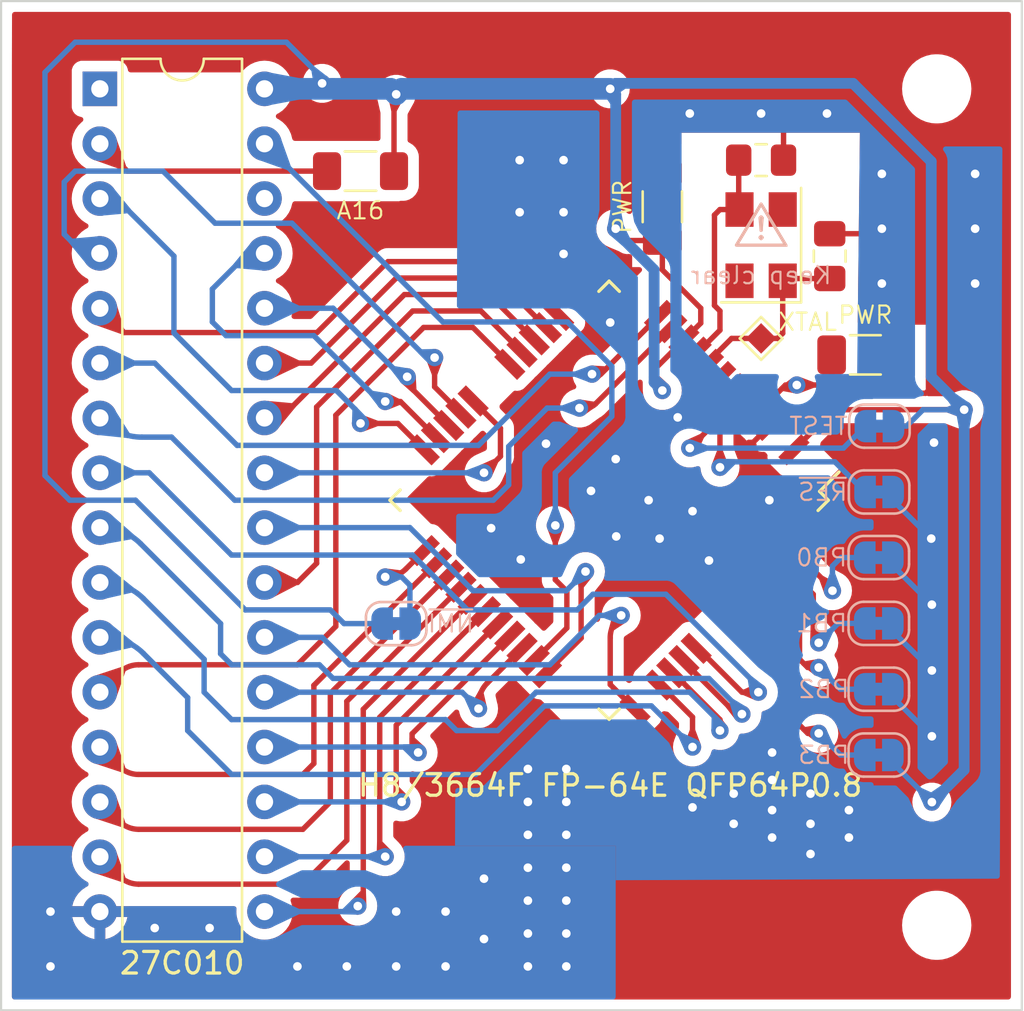
<source format=kicad_pcb>
(kicad_pcb (version 20221018) (generator pcbnew)
  (layers (0 "F.Cu" signal) (31 "B.Cu" signal) (34 "B.Paste" user) (35 "F.Paste" user) (36 "B.SilkS" user "B.Silkscreen") (37 "F.SilkS" user "F.Silkscreen") (38 "B.Mask" user) (39 "F.Mask" user) (44 "Edge.Cuts" user))
  (net 0 "")
  (net 1 "GND")
  (net 2 "Net-(U2-VCL)")
  (net 3 "VCC")
  (net 4 "Net-(JP1-B)")
  (net 5 "Net-(JP2-B)")
  (net 6 "Net-(JP3-B)")
  (net 7 "Net-(JP4-B)")
  (net 8 "Net-(JP5-B)")
  (net 9 "Net-(JP6-B)")
  (net 10 "Net-(JP7-B)")
  (net 12 "Net-(U1-A16)")
  (net 13 "A15")
  (net 14 "A12")
  (net 15 "A7")
  (net 16 "A6")
  (net 17 "A5")
  (net 18 "A4")
  (net 19 "A3")
  (net 20 "A2")
  (net 21 "A1")
  (net 22 "A0")
  (net 23 "D0")
  (net 24 "D1")
  (net 25 "D2")
  (net 26 "D3")
  (net 27 "D4")
  (net 28 "D5")
  (net 29 "D6")
  (net 30 "D7")
  (net 31 "~{CE}")
  (net 32 "A10")
  (net 33 "~{OE}")
  (net 34 "A11")
  (net 35 "A9")
  (net 36 "A8")
  (net 37 "A13")
  (net 38 "A14")
  (net 39 "~{WE}")
  (net 40 "OSC1")
  (net 41 "OSC2")
  (footprint "Resistor_SMD:R_1206_3216Metric_Pad1.30x1.75mm_HandSolder" (layer "F.Cu") (at 116.205 77.47)
    (fp_text reference "R1" hide)
    (fp_text value "A16")
  )
  (footprint "Crystal:Crystal_SMD_5032-4Pin_5.0x3.2mm" (layer "F.Cu") (at 134.747 80.899 90)
    (fp_text reference "Y1" hide)
    (fp_text value "8MHz")
  )
  (footprint "Capacitor_SMD:C_0805_2012Metric_Pad1.18x1.45mm_HandSolder" (layer "F.Cu") (at 134.747 76.962)
    (fp_text reference "C4" hide)
    (fp_text value "20p XTAL")
  )
  (footprint "Package_DIP:DIP-32_W7.62mm" (layer "F.Cu") (at 104.14 73.66)
    (fp_text reference "U1" hide)
    (fp_text value "27C010")
  )
  (footprint "Package_QFP:TQFP-64_14x14mm_P0.8mm" (layer "F.Cu") (at 127.711032 92.71 -135)
    (fp_text reference "U2" hide)
    (fp_text value "H8/3664F FP-64E QFP64P0.8")
  )
  (footprint "TestPoint:TestPoint_Pad_1.0x1.0mm" (layer "F.Cu") (at 134.747 85.217 45)
    (fp_text reference "TP1" hide)
    (fp_text value "XTAL")
  )
  (footprint "Capacitor_SMD:C_1206_3216Metric_Pad1.33x1.80mm_HandSolder" (layer "F.Cu") (at 130.175 79.121 -90)
    (fp_text reference "C2" hide)
    (fp_text value "PWR")
  )
  (footprint "Capacitor_SMD:C_1206_3216Metric_Pad1.33x1.80mm_HandSolder" (layer "F.Cu") (at 139.573 85.979 180)
    (fp_text reference "C1" hide)
    (fp_text value "PWR")
  )
  (footprint "Capacitor_SMD:C_0805_2012Metric_Pad1.18x1.45mm_HandSolder" (layer "F.Cu") (at 137.922 81.407 -90)
    (fp_text reference "C3" hide)
    (fp_text value "22p XTAL")
  )
  (footprint "MountingHole:MountingHole_2.7mm_M2.5_DIN965" (layer "F.Cu") (at 142.875 112.395)
    (fp_text reference "H2" hide)
    (fp_text value "MountingHole" hide)
  )
  (footprint "MountingHole:MountingHole_2.7mm_M2.5_DIN965" (layer "F.Cu") (at 142.875 73.66)
    (fp_text reference "H1" hide)
    (fp_text value "MountingHole" hide)
  )
  (footprint "Jumper:SolderJumper-2_P1.3mm_Bridged_RoundedPad1.0x1.5mm" (layer "B.Cu") (at 140.193894 95.366307 180)
    (fp_text reference "JP4" hide)
    (fp_text value "PB0")
  )
  (footprint "Jumper:SolderJumper-2_P1.3mm_Bridged_RoundedPad1.0x1.5mm" (layer "B.Cu") (at 140.193894 104.510307 180)
    (fp_text reference "JP1" hide)
    (fp_text value "PB3")
  )
  (footprint "Jumper:SolderJumper-2_P1.3mm_Bridged_RoundedPad1.0x1.5mm" (layer "B.Cu") (at 117.856 98.425)
    (fp_text reference "JP7" hide)
    (fp_text value "~{NMI}")
  )
  (footprint "Jumper:SolderJumper-2_P1.3mm_Bridged_RoundedPad1.0x1.5mm" (layer "B.Cu") (at 140.208 92.329 180)
    (fp_text reference "JP5" hide)
    (fp_text value "~{RES}")
  )
  (footprint "Jumper:SolderJumper-2_P1.3mm_Bridged_RoundedPad1.0x1.5mm" (layer "B.Cu") (at 140.223 89.281 180)
    (fp_text reference "JP6" hide)
    (fp_text value "TEST")
  )
  (footprint "Jumper:SolderJumper-2_P1.3mm_Bridged_RoundedPad1.0x1.5mm" (layer "B.Cu") (at 140.193894 101.462307 180)
    (fp_text reference "JP2" hide)
    (fp_text value "PB2")
  )
  (footprint "Jumper:SolderJumper-2_P1.3mm_Bridged_RoundedPad1.0x1.5mm" (layer "B.Cu") (at 140.193894 98.414307 180)
    (fp_text reference "JP3" hide)
    (fp_text value "PB1")
  )
  (gr_poly (pts (xy 135.89 80.899) (xy 134.747 78.994) (xy 133.604 80.899)) (stroke (width 0.15)) (fill none) (layer "B.SilkS"))
  (gr_rect (start 99.568 69.596) (end 146.812 116.332) (stroke (width 0.1)) (fill none) (layer "Edge.Cuts"))
  (gr_text "Keep clear" (at 134.747 82.296) (layer "B.SilkS") (effects (font (size 0.8 0.8) (thickness 0.1)) (justify mirror)))
  (gr_text "!" (at 134.747 80.137) (layer "B.SilkS") (effects (font (size 1 1)) (justify mirror)))
  (segment (start 141.1355 87.3129) (end 141.5796 87.757) (width 0.25) (layer "F.Cu") (net 1))
  (segment (start 135.7845 76.962) (end 135.7845 74.7815) (width 0.25) (layer "F.Cu") (net 1))
  (segment (start 141.5796 87.757) (end 142.367 87.757) (width 0.25) (layer "F.Cu") (net 1))
  (segment (start 128.3085 77.5585) (end 128.27 77.597) (width 0.25) (layer "F.Cu") (net 1))
  (segment (start 130.175 77.5585) (end 128.3085 77.5585) (width 0.25) (layer "F.Cu") (net 1))
  (segment (start 130.175 75.692) (end 130.048 75.565) (width 0.25) (layer "F.Cu") (net 1))
  (segment (start 142.367 87.757) (end 142.621 87.503) (width 0.25) (layer "F.Cu") (net 1))
  (segment (start 140.335 80.137) (end 140.1025 80.3695) (width 0.25) (layer "F.Cu") (net 1))
  (segment (start 141.1355 85.979) (end 141.1355 87.3129) (width 0.25) (layer "F.Cu") (net 1))
  (segment (start 131.454174 88.401173) (end 132.872912 86.982435) (width 0.25) (layer "F.Cu") (net 1))
  (segment (start 132.872912 86.964088) (end 132.872912 86.982435) (width 0.25) (layer "F.Cu") (net 1))
  (segment (start 140.1025 80.3695) (end 137.922 80.3695) (width 0.25) (layer "F.Cu") (net 1))
  (segment (start 135.135653 89.245177) (end 135.135653 89.273347) (width 0.25) (layer "F.Cu") (net 1))
  (segment (start 135.7845 74.7815) (end 135.89 74.676) (width 0.25) (layer "F.Cu") (net 1))
  (segment (start 135.135653 89.273347) (end 134.366 90.043) (width 0.25) (layer "F.Cu") (net 1))
  (segment (start 130.175 77.5585) (end 130.175 75.692) (width 0.25) (layer "F.Cu") (net 1))
  (via (at 109.22 112.522) (size 0.8) (drill 0.4) (layers "F.Cu" "B.Cu") (net 1))
  (via (at 131.572 93.218) (size 0.8) (drill 0.4) (layers "F.Cu" "B.Cu") (net 1))
  (via (at 121.92 113.03) (size 0.8) (drill 0.4) (layers "F.Cu" "B.Cu") (net 1))
  (via (at 127.762 84.4804) (size 0.8) (drill 0.4) (layers "F.Cu" "B.Cu") (net 1))
  (via (at 117.856 114.3) (size 0.8) (drill 0.4) (layers "F.Cu" "B.Cu") (net 1))
  (via (at 132.334 95.504) (size 0.8) (drill 0.4) (layers "F.Cu" "B.Cu") (net 1))
  (via (at 135.255 108.331) (size 0.8) (drill 0.4) (layers "F.Cu" "B.Cu") (net 1))
  (via (at 144.653 77.597) (size 0.8) (drill 0.4) (layers "F.Cu" "B.Cu") (net 1))
  (via (at 140.335 77.597) (size 0.8) (drill 0.4) (layers "F.Cu" "B.Cu") (net 1))
  (via (at 123.952 108.204) (size 0.8) (drill 0.4) (layers "F.Cu" "B.Cu") (net 1))
  (via (at 128.0414 94.3864) (size 0.8) (drill 0.4) (layers "F.Cu" "B.Cu") (net 1))
  (via (at 133.477 106.299) (size 0.8) (drill 0.4) (layers "F.Cu" "B.Cu") (net 1))
  (via (at 125.73 109.728) (size 0.8) (drill 0.4) (layers "F.Cu" "B.Cu") (net 1))
  (via (at 125.603 81.3054) (size 0.8) (drill 0.4) (layers "F.Cu" "B.Cu") (net 1))
  (via (at 125.73 112.776) (size 0.8) (drill 0.4) (layers "F.Cu" "B.Cu") (net 1))
  (via (at 123.571 79.375) (size 0.8) (drill 0.4) (layers "F.Cu" "B.Cu") (net 1))
  (via (at 115.57 114.3) (size 0.8) (drill 0.4) (layers "F.Cu" "B.Cu") (net 1))
  (via (at 137.795 74.803) (size 0.8) (drill 0.4) (layers "F.Cu" "B.Cu") (net 1))
  (via (at 135.255 105.664) (size 0.8) (drill 0.4) (layers "F.Cu" "B.Cu") (net 1))
  (via (at 120.142 114.3) (size 0.8) (drill 0.4) (layers "F.Cu" "B.Cu") (net 1))
  (via (at 135.255 104.394) (size 0.8) (drill 0.4) (layers "F.Cu" "B.Cu") (net 1))
  (via (at 138.811 108.331) (size 0.8) (drill 0.4) (layers "F.Cu" "B.Cu") (net 1))
  (via (at 142.650106 97.546693) (size 0.8) (drill 0.4) (layers "F.Cu" "B.Cu") (net 1))
  (via (at 130.8862 88.8746) (size 0.8) (drill 0.4) (layers "F.Cu" "B.Cu") (net 1))
  (via (at 125.603 76.962) (size 0.8) (drill 0.4) (layers "F.Cu" "B.Cu") (net 1))
  (via (at 123.952 106.68) (size 0.8) (drill 0.4) (layers "F.Cu" "B.Cu") (net 1))
  (via (at 125.73 108.204) (size 0.8) (drill 0.4) (layers "F.Cu" "B.Cu") (net 1))
  (via (at 125.73 114.3) (size 0.8) (drill 0.4) (layers "F.Cu" "B.Cu") (net 1))
  (via (at 121.92 110.236) (size 0.8) (drill 0.4) (layers "F.Cu" "B.Cu") (net 1))
  (via (at 137.033 109.093) (size 0.8) (drill 0.4) (layers "F.Cu" "B.Cu") (net 1))
  (via (at 123.952 114.3) (size 0.8) (drill 0.4) (layers "F.Cu" "B.Cu") (net 1))
  (via (at 130.048 94.488) (size 0.8) (drill 0.4) (layers "F.Cu" "B.Cu") (net 1))
  (via (at 140.335 80.137) (size 0.8) (drill 0.4) (layers "F.Cu" "B.Cu") (net 1))
  (via (at 124.7902 90.0938) (size 0.8) (drill 0.4) (layers "F.Cu" "B.Cu") (net 1))
  (via (at 131.445 74.803) (size 0.8) (drill 0.4) (layers "F.Cu" "B.Cu") (net 1))
  (via (at 123.952 109.728) (size 0.8) (drill 0.4) (layers "F.Cu" "B.Cu") (net 1))
  (via (at 120.142 111.76) (size 0.8) (drill 0.4) (layers "F.Cu" "B.Cu") (net 1))
  (via (at 123.571 76.962) (size 0.8) (drill 0.4) (layers "F.Cu" "B.Cu") (net 1))
  (via (at 140.335 82.677) (size 0.8) (drill 0.4) (layers "F.Cu" "B.Cu") (net 1))
  (via (at 131.572 106.934) (size 0.8) (drill 0.4) (layers "F.Cu" "B.Cu") (net 1))
  (via (at 129.54 92.71) (size 0.8) (drill 0.4) (layers "F.Cu" "B.Cu") (net 1))
  (via (at 142.650106 103.642693) (size 0.8) (drill 0.4) (layers "F.Cu" "B.Cu") (net 1))
  (via (at 106.68 112.522) (size 0.8) (drill 0.4) (layers "F.Cu" "B.Cu") (net 1))
  (via (at 142.650106 100.594693) (size 0.8) (drill 0.4) (layers "F.Cu" "B.Cu") (net 1))
  (via (at 123.952 111.252) (size 0.8) (drill 0.4) (layers "F.Cu" "B.Cu") (net 1))
  (via (at 142.748 90.043) (size 0.8) (drill 0.4) (layers "F.Cu" "B.Cu") (net 1))
  (via (at 113.284 114.3) (size 0.8) (drill 0.4) (layers "F.Cu" "B.Cu") (net 1))
  (via (at 123.952 105.156) (size 0.8) (drill 0.4) (layers "F.Cu" "B.Cu") (net 1))
  (via (at 125.73 105.156) (size 0.8) (drill 0.4) (layers "F.Cu" "B.Cu") (net 1))
  (via (at 125.73 111.252) (size 0.8) (drill 0.4) (layers "F.Cu" "B.Cu") (net 1))
  (via (at 133.477 107.696) (size 0.8) (drill 0.4) (layers "F.Cu" "B.Cu") (net 1))
  (via (at 134.747 74.803) (size 0.8) (drill 0.4) (layers "F.Cu" "B.Cu") (net 1))
  (via (at 138.811 107.061) (size 0.8) (drill 0.4) (layers "F.Cu" "B.Cu") (net 1))
  (via (at 126.873 92.2782) (size 0.8) (drill 0.4) (layers "F.Cu" "B.Cu") (net 1))
  (via (at 144.653 80.137) (size 0.8) (drill 0.4) (layers "F.Cu" "B.Cu") (net 1))
  (via (at 122.2502 94.0054) (size 0.8) (drill 0.4) (layers "F.Cu" "B.Cu") (net 1))
  (via (at 101.854 114.3) (size 0.8) (drill 0.4) (layers "F.Cu" "B.Cu") (net 1))
  (via (at 144.653 82.677) (size 0.8) (drill 0.4) (layers "F.Cu" "B.Cu") (net 1))
  (via (at 135.128 92.71) (size 0.8) (drill 0.4) (layers "F.Cu" "B.Cu") (net 1))
  (via (at 142.621 94.488) (size 0.8) (drill 0.4) (layers "F.Cu" "B.Cu") (net 1))
  (via (at 101.854 111.76) (size 0.8) (drill 0.4) (layers "F.Cu" "B.Cu") (net 1))
  (via (at 125.73 106.68) (size 0.8) (drill 0.4) (layers "F.Cu" "B.Cu") (net 1))
  (via (at 125.603 79.375) (size 0.8) (drill 0.4) (layers "F.Cu" "B.Cu") (net 1))
  (via (at 123.952 112.776) (size 0.8) (drill 0.4) (layers "F.Cu" "B.Cu") (net 1))
  (via (at 117.856 111.76) (size 0.8) (drill 0.4) (layers "F.Cu" "B.Cu") (net 1))
  (via (at 128.016 90.805) (size 0.8) (drill 0.4) (layers "F.Cu" "B.Cu") (net 1))
  (via (at 137.033 107.696) (size 0.8) (drill 0.4) (layers "F.Cu" "B.Cu") (net 1))
  (via (at 137.033 106.299) (size 0.8) (drill 0.4) (layers "F.Cu" "B.Cu") (net 1))
  (via (at 135.255 107.061) (size 0.8) (drill 0.4) (layers "F.Cu" "B.Cu") (net 1))
  (via (at 123.6218 95.4532) (size 0.8) (drill 0.4) (layers "F.Cu" "B.Cu") (net 1))
  (segment (start 140.843 95.377) (end 140.843 95.739587) (width 0.25) (layer "B.Cu") (net 1))
  (segment (start 140.843 101.473) (end 140.843 101.835587) (width 0.25) (layer "B.Cu") (net 1))
  (segment (start 140.813894 92.318307) (end 140.813894 92.680894) (width 0.25) (layer "B.Cu") (net 1))
  (segment (start 140.843 98.425) (end 140.843 98.787587) (width 0.25) (layer "B.Cu") (net 1))
  (segment (start 142.621 97.517587) (end 142.650106 97.546693) (width 0.25) (layer "B.Cu") (net 1))
  (segment (start 140.843 98.787587) (end 142.650106 100.594693) (width 0.25) (layer "B.Cu") (net 1))
  (segment (start 140.843 101.835587) (end 142.650106 103.642693) (width 0.25) (layer "B.Cu") (net 1))
  (segment (start 142.621 94.488) (end 142.621 97.517587) (width 0.25) (layer "B.Cu") (net 1))
  (segment (start 140.813894 92.680894) (end 142.621 94.488) (width 0.25) (layer "B.Cu") (net 1))
  (segment (start 142.650106 103.642693) (end 142.650106 97.546693) (width 0.25) (layer "B.Cu") (net 1))
  (segment (start 140.843 95.739587) (end 142.650106 97.546693) (width 0.25) (layer "B.Cu") (net 1))
  (segment (start 136.398 87.376) (end 135.873459 87.376) (width 0.25) (layer "F.Cu") (net 2))
  (segment (start 138.0105 87.0843) (end 137.7188 87.376) (width 0.25) (layer "F.Cu") (net 2))
  (segment (start 137.7188 87.376) (end 136.398 87.376) (width 0.25) (layer "F.Cu") (net 2))
  (segment (start 138.0105 85.979) (end 138.0105 87.0843) (width 0.25) (layer "F.Cu") (net 2))
  (segment (start 135.873459 87.376) (end 134.569968 88.679491) (width 0.25) (layer "F.Cu") (net 2))
  (via (at 136.398 87.376) (size 0.8) (drill 0.4) (layers "F.Cu" "B.Cu") (net 2))
  (segment (start 117.755 77.47) (end 117.755 74.015) (width 0.25) (layer "F.Cu") (net 3))
  (segment (start 131.953 84.508234) (end 131.953 83.82) (width 0.25) (layer "F.Cu") (net 3))
  (segment (start 129.8956 87.3506) (end 129.8956 86.565634) (width 0.25) (layer "F.Cu") (net 3))
  (segment (start 138.124572 88.519) (end 136.267024 90.376548) (width 0.25) (layer "F.Cu") (net 3))
  (segment (start 130.175 80.6835) (end 130.175 82.042) (width 0.25) (layer "F.Cu") (net 3))
  (segment (start 130.175 82.042) (end 131.953 83.82) (width 0.25) (layer "F.Cu") (net 3))
  (segment (start 131.175855 85.285379) (end 131.953 84.508234) (width 0.25) (layer "F.Cu") (net 3))
  (segment (start 130.175 87.63) (end 129.8956 87.3506) (width 0.25) (layer "F.Cu") (net 3))
  (segment (start 129.8956 86.565634) (end 131.175855 85.285379) (width 0.25) (layer "F.Cu") (net 3))
  (segment (start 117.755 74.015) (end 117.856 73.914) (width 0.25) (layer "F.Cu") (net 3))
  (segment (start 144.145 88.519) (end 138.124572 88.519) (width 0.25) (layer "F.Cu") (net 3))
  (segment (start 128.5625 80.6835) (end 128.016 80.137) (width 0.25) (layer "F.Cu") (net 3))
  (segment (start 130.175 80.6835) (end 128.5625 80.6835) (width 0.25) (layer "F.Cu") (net 3))
  (via (at 127.762 73.66) (size 0.8) (drill 0.4) (layers "F.Cu" "B.Cu") (net 3))
  (via (at 142.650106 106.690693) (size 0.8) (drill 0.4) (layers "F.Cu" "B.Cu") (net 3))
  (via (at 144.145 88.519) (size 0.8) (drill 0.4) (layers "F.Cu" "B.Cu") (net 3))
  (via (at 130.175 87.63) (size 0.8) (drill 0.4) (layers "F.Cu" "B.Cu") (net 3))
  (via (at 114.427 73.406) (size 0.8) (drill 0.4) (layers "F.Cu" "B.Cu") (net 3))
  (via (at 128.016 80.137) (size 0.8) (drill 0.4) (layers "F.Cu" "B.Cu") (net 3))
  (via (at 117.856 73.914) (size 0.8) (drill 0.4) (layers "F.Cu" "B.Cu") (net 3))
  (segment (start 117.856 73.914) (end 117.602 73.66) (width 1) (layer "B.Cu") (net 3))
  (segment (start 128.016 73.914) (end 127.762 73.66) (width 0.5) (layer "B.Cu") (net 3))
  (segment (start 117.191894 98.414307) (end 117.181201 98.425) (width 0.25) (layer "B.Cu") (net 3))
  (segment (start 144.145 88.519) (end 144.145 105.195799) (width 0.5) (layer "B.Cu") (net 3))
  (segment (start 128.016 73.406) (end 127.762 73.66) (width 0.5) (layer "B.Cu") (net 3))
  (segment (start 114.427 73.406) (end 114.681 73.406) (width 0.25) (layer "B.Cu") (net 3))
  (segment (start 112.776 71.501) (end 114.427 73.152) (width 0.25) (layer "B.Cu") (net 3))
  (segment (start 129.794 82.042) (end 128.016 80.264) (width 0.5) (layer "B.Cu") (net 3))
  (segment (start 130.175 87.63) (end 129.794 87.249) (width 0.5) (layer "B.Cu") (net 3))
  (segment (start 101.6 72.898) (end 102.997 71.501) (width 0.25) (layer "B.Cu") (net 3))
  (segment (start 102.743 92.71) (end 101.6 91.567) (width 0.25) (layer "B.Cu") (net 3))
  (segment (start 114.427 73.152) (end 114.427 73.406) (width 0.25) (layer "B.Cu") (net 3))
  (segment (start 142.24 88.519) (end 141.478 89.281) (width 0.25) (layer "B.Cu") (net 3))
  (segment (start 142.621 86.995) (end 142.621 77.0255) (width 0.5) (layer "B.Cu") (net 3))
  (segment (start 139.0015 73.406) (end 128.016 73.406) (width 0.5) (layer "B.Cu") (net 3))
  (segment (start 144.145 88.519) (end 142.24 88.519) (width 0.25) (layer "B.Cu") (net 3))
  (segment (start 144.145 88.519) (end 142.621 86.995) (width 0.5) (layer "B.Cu") (net 3))
  (segment (start 140.843 104.883587) (end 142.650106 106.690693) (width 0.25) (layer "B.Cu") (net 3))
  (segment (start 115.443 98.425) (end 114.808 97.79) (width 0.25) (layer "B.Cu") (net 3))
  (segment (start 114.808 97.79) (end 110.871 97.79) (width 0.25) (layer "B.Cu") (net 3))
  (segment (start 117.181201 98.425) (end 115.443 98.425) (width 0.25) (layer "B.Cu") (net 3))
  (segment (start 102.997 71.501) (end 112.776 71.501) (width 0.25) (layer "B.Cu") (net 3))
  (segment (start 117.602 73.66) (end 114.935 73.66) (width 1) (layer "B.Cu") (net 3))
  (segment (start 140.843 104.521) (end 140.843 104.883587) (width 0.25) (layer "B.Cu") (net 3))
  (segment (start 129.794 87.249) (end 129.794 82.042) (width 0.5) (layer "B.Cu") (net 3))
  (segment (start 128.016 80.264) (end 128.016 73.914) (width 0.5) (layer "B.Cu") (net 3))
  (segment (start 101.6 91.567) (end 101.6 72.898) (width 0.25) (layer "B.Cu") (net 3))
  (segment (start 142.621 77.0255) (end 139.0015 73.406) (width 0.5) (layer "B.Cu") (net 3))
  (segment (start 114.681 73.406) (end 114.935 73.66) (width 0.25) (layer "B.Cu") (net 3))
  (segment (start 141.478 89.281) (end 140.873 89.281) (width 0.25) (layer "B.Cu") (net 3))
  (segment (start 110.871 97.79) (end 105.791 92.71) (width 0.25) (layer "B.Cu") (net 3))
  (segment (start 105.791 92.71) (end 102.743 92.71) (width 0.25) (layer "B.Cu") (net 3))
  (segment (start 114.935 73.66) (end 111.76 73.66) (width 1) (layer "B.Cu") (net 3))
  (segment (start 118.11 73.66) (end 117.856 73.914) (width 1) (layer "B.Cu") (net 3))
  (segment (start 144.145 105.195799) (end 142.650106 106.690693) (width 0.5) (layer "B.Cu") (net 3))
  (segment (start 127.762 73.66) (end 118.11 73.66) (width 1) (layer "B.Cu") (net 3))
  (segment (start 137.414 103.505) (end 136.906 103.505) (width 0.25) (layer "F.Cu") (net 4))
  (segment (start 135.89 98.060541) (end 134.569968 96.740509) (width 0.25) (layer "F.Cu") (net 4))
  (segment (start 135.89 102.489) (end 135.89 98.060541) (width 0.25) (layer "F.Cu") (net 4))
  (segment (start 136.906 103.505) (end 135.89 102.489) (width 0.25) (layer "F.Cu") (net 4))
  (via (at 137.414 103.505) (size 0.8) (drill 0.4) (layers "F.Cu" "B.Cu") (net 4))
  (segment (start 137.414 103.505) (end 138.419307 104.510307) (width 0.25) (layer "B.Cu") (net 4))
  (segment (start 138.419307 104.510307) (end 139.543894 104.510307) (width 0.25) (layer "B.Cu") (net 4))
  (segment (start 137.414 100.457) (end 137.414 100.584) (width 0.25) (layer "F.Cu") (net 5))
  (segment (start 137.414 100.457) (end 136.906 100.457) (width 0.25) (layer "F.Cu") (net 5))
  (segment (start 136.525 100.076) (end 136.525 97.56417) (width 0.25) (layer "F.Cu") (net 5))
  (segment (start 136.906 100.457) (end 136.525 100.076) (width 0.25) (layer "F.Cu") (net 5))
  (segment (start 136.525 97.56417) (end 135.135653 96.174823) (width 0.25) (layer "F.Cu") (net 5))
  (segment (start 137.414 100.584) (end 137.287 100.711) (width 0.25) (layer "F.Cu") (net 5))
  (via (at 137.414 100.457) (size 0.8) (drill 0.4) (layers "F.Cu" "B.Cu") (net 5))
  (segment (start 138.419307 101.462307) (end 139.543894 101.462307) (width 0.25) (layer "B.Cu") (net 5))
  (segment (start 137.414 100.457) (end 138.419307 101.462307) (width 0.25) (layer "B.Cu") (net 5))
  (segment (start 137.16 99.06) (end 137.16 97.067799) (width 0.25) (layer "F.Cu") (net 6))
  (segment (start 137.16 97.067799) (end 135.701339 95.609138) (width 0.25) (layer "F.Cu") (net 6))
  (segment (start 137.414 99.314) (end 137.16 99.06) (width 0.25) (layer "F.Cu") (net 6))
  (via (at 137.414 99.314) (size 0.8) (drill 0.4) (layers "F.Cu" "B.Cu") (net 6))
  (segment (start 137.414 99.314) (end 138.313693 98.414307) (width 0.25) (layer "B.Cu") (net 6))
  (segment (start 138.313693 98.414307) (end 139.543894 98.414307) (width 0.25) (layer "B.Cu") (net 6))
  (segment (start 138.049 96.825428) (end 136.267024 95.043452) (width 0.25) (layer "F.Cu") (net 7))
  (segment (start 138.049 96.901) (end 138.049 96.825428) (width 0.25) (layer "F.Cu") (net 7))
  (via (at 138.049 96.901) (size 0.8) (drill 0.4) (layers "F.Cu" "B.Cu") (net 7))
  (segment (start 139.543894 95.366307) (end 138.440693 95.366307) (width 0.25) (layer "B.Cu") (net 7))
  (segment (start 138.440693 95.366307) (end 138.049 95.758) (width 0.25) (layer "B.Cu") (net 7))
  (segment (start 138.049 95.758) (end 138.049 96.901) (width 0.25) (layer "B.Cu") (net 7))
  (segment (start 134.009194 88.113806) (end 134.004282 88.113806) (width 0.25) (layer "F.Cu") (net 8))
  (segment (start 132.842 89.276088) (end 134.004282 88.113806) (width 0.25) (layer "F.Cu") (net 8))
  (segment (start 132.842 91.186) (end 132.842 89.276088) (width 0.25) (layer "F.Cu") (net 8))
  (via (at 132.842 91.186) (size 0.8) (drill 0.4) (layers "F.Cu" "B.Cu") (net 8))
  (segment (start 138.161 90.932) (end 139.558 92.329) (width 0.25) (layer "B.Cu") (net 8))
  (segment (start 132.842 91.186) (end 133.096 90.932) (width 0.25) (layer "B.Cu") (net 8))
  (segment (start 133.096 90.932) (end 138.161 90.932) (width 0.25) (layer "B.Cu") (net 8))
  (segment (start 139.558 91.933) (end 139.558 92.329) (width 0.25) (layer "B.Cu") (net 8))
  (segment (start 131.445 90.297) (end 132.207 89.535) (width 0.25) (layer "F.Cu") (net 9))
  (segment (start 132.207 88.779717) (end 133.438597 87.54812) (width 0.25) (layer "F.Cu") (net 9))
  (segment (start 132.207 89.535) (end 132.207 88.779717) (width 0.25) (layer "F.Cu") (net 9))
  (via (at 131.445 90.297) (size 0.8) (drill 0.4) (layers "F.Cu" "B.Cu") (net 9))
  (segment (start 138.557 90.297) (end 139.573 89.281) (width 0.25) (layer "B.Cu") (net 9))
  (segment (start 131.445 90.297) (end 138.557 90.297) (width 0.25) (layer "B.Cu") (net 9))
  (segment (start 117.406441 96.266) (end 117.348 96.266) (width 0.25) (layer "F.Cu") (net 10))
  (segment (start 119.15504 95.043452) (end 118.304466 95.894026) (width 0.25) (layer "F.Cu") (net 10))
  (via (at 117.348 96.266) (size 0.8) (drill 0.4) (layers "F.Cu" "B.Cu") (net 10))
  (arc (start 117.406441 96.266) (mid 117.892449 96.169327) (end 118.304466 95.894026) (width 0.25) (layer "F.Cu") (net 10))
  (segment (start 118.11 96.266) (end 118.491894 96.647894) (width 0.25) (layer "B.Cu") (net 10))
  (segment (start 117.348 96.266) (end 118.11 96.266) (width 0.25) (layer "B.Cu") (net 10))
  (segment (start 118.491894 96.647894) (end 118.491894 98.414307) (width 0.25) (layer "B.Cu") (net 10))
  (segment (start 105.41 77.47) (end 114.655 77.47) (width 0.25) (layer "F.Cu") (net 12))
  (segment (start 104.14 76.2) (end 105.41 77.47) (width 0.25) (layer "F.Cu") (net 12))
  (segment (start 117.932492 89.154) (end 119.15504 90.376548) (width 0.25) (layer "F.Cu") (net 13))
  (segment (start 116.205 89.154) (end 117.932492 89.154) (width 0.25) (layer "F.Cu") (net 13))
  (via (at 116.205 89.154) (size 0.8) (drill 0.4) (layers "F.Cu" "B.Cu") (net 13))
  (segment (start 115.951 88.9) (end 115.951 88.4936) (width 0.25) (layer "B.Cu") (net 13))
  (segment (start 107.569 84.963) (end 107.569 81.407) (width 0.25) (layer "B.Cu") (net 13))
  (segment (start 107.569 81.407) (end 104.902 78.74) (width 0.25) (layer "B.Cu") (net 13))
  (segment (start 116.205 89.154) (end 116.332 89.154) (width 0.25) (layer "B.Cu") (net 13))
  (segment (start 115.0874 87.63) (end 110.236 87.63) (width 0.25) (layer "B.Cu") (net 13))
  (segment (start 116.205 89.154) (end 115.951 88.9) (width 0.25) (layer "B.Cu") (net 13))
  (segment (start 104.902 78.74) (end 104.14 78.74) (width 0.25) (layer "B.Cu") (net 13))
  (segment (start 115.951 88.4936) (end 115.0874 87.63) (width 0.25) (layer "B.Cu") (net 13))
  (segment (start 110.236 87.63) (end 107.569 84.963) (width 0.25) (layer "B.Cu") (net 13))
  (segment (start 119.634 86.106) (end 119.634 87.461395) (width 0.25) (layer "F.Cu") (net 14))
  (segment (start 119.634 87.461395) (end 120.852096 88.679491) (width 0.25) (layer "F.Cu") (net 14))
  (via (at 119.634 86.106) (size 0.8) (drill 0.4) (layers "F.Cu" "B.Cu") (net 14))
  (segment (start 103.378 81.28) (end 104.14 81.28) (width 0.25) (layer "B.Cu") (net 14))
  (segment (start 109.474 79.883) (end 107.061 77.47) (width 0.25) (layer "B.Cu") (net 14))
  (segment (start 102.489 80.391) (end 103.378 81.28) (width 0.25) (layer "B.Cu") (net 14))
  (segment (start 102.489 77.978) (end 102.489 80.391) (width 0.25) (layer "B.Cu") (net 14))
  (segment (start 119.634 86.106) (end 119.253 86.106) (width 0.25) (layer "B.Cu") (net 14))
  (segment (start 119.253 86.106) (end 113.03 79.883) (width 0.25) (layer "B.Cu") (net 14))
  (segment (start 107.061 77.47) (end 102.997 77.47) (width 0.25) (layer "B.Cu") (net 14))
  (segment (start 102.997 77.47) (end 102.489 77.978) (width 0.25) (layer "B.Cu") (net 14))
  (segment (start 113.03 79.883) (end 109.474 79.883) (width 0.25) (layer "B.Cu") (net 14))
  (segment (start 114.191 84.945) (end 105.265 84.945) (width 0.25) (layer "F.Cu") (net 15))
  (segment (start 117.475 81.661) (end 114.191 84.945) (width 0.25) (layer "F.Cu") (net 15))
  (segment (start 125.37758 84.154008) (end 122.884572 81.661) (width 0.25) (layer "F.Cu") (net 15))
  (segment (start 122.884572 81.661) (end 117.475 81.661) (width 0.25) (layer "F.Cu") (net 15))
  (segment (start 105.265 84.945) (end 104.14 83.82) (width 0.25) (layer "F.Cu") (net 15))
  (segment (start 130.044484 84.204516) (end 130.044484 84.154008) (width 0.25) (layer "F.Cu") (net 16))
  (segment (start 126.919501 86.872299) (end 127.326193 86.872299) (width 0.25) (layer "F.Cu") (net 16))
  (segment (start 127.326193 86.872299) (end 130.044484 84.154008) (width 0.25) (layer "F.Cu") (net 16))
  (via (at 126.919501 86.872299) (size 0.8) (drill 0.4) (layers "F.Cu" "B.Cu") (net 16))
  (segment (start 110.49 90.17) (end 106.68 86.36) (width 0.25) (layer "B.Cu") (net 16))
  (segment (start 106.68 86.36) (end 104.14 86.36) (width 0.25) (layer "B.Cu") (net 16))
  (segment (start 121.666 90.17) (end 110.49 90.17) (width 0.25) (layer "B.Cu") (net 16))
  (segment (start 124.963701 86.872299) (end 121.666 90.17) (width 0.25) (layer "B.Cu") (net 16))
  (segment (start 126.919501 86.872299) (end 124.963701 86.872299) (width 0.25) (layer "B.Cu") (net 16))
  (segment (start 126.3396 88.4428) (end 126.597114 88.4428) (width 0.25) (layer "F.Cu") (net 17))
  (segment (start 127.092089 88.237774) (end 130.61017 84.719693) (width 0.25) (layer "F.Cu") (net 17))
  (via (at 126.3396 88.4428) (size 0.8) (drill 0.4) (layers "F.Cu" "B.Cu") (net 17))
  (arc (start 126.597114 88.4428) (mid 126.864993 88.389516) (end 127.092089 88.237774) (width 0.25) (layer "F.Cu") (net 17))
  (segment (start 123.063 90.2208) (end 123.063 91.9988) (width 0.25) (layer "B.Cu") (net 17))
  (segment (start 104.285051 89.045051) (end 104.14 88.9) (width 0.25) (layer "B.Cu") (net 17))
  (segment (start 122.3518 92.71) (end 110.381 92.71) (width 0.25) (layer "B.Cu") (net 17))
  (segment (start 124.841 88.4428) (end 123.063 90.2208) (width 0.25) (layer "B.Cu") (net 17))
  (segment (start 107.46 89.789) (end 106.081102 89.789) (width 0.25) (layer "B.Cu") (net 17))
  (segment (start 126.3396 88.4428) (end 124.841 88.4428) (width 0.25) (layer "B.Cu") (net 17))
  (segment (start 110.381 92.71) (end 107.46 89.789) (width 0.25) (layer "B.Cu") (net 17))
  (segment (start 123.063 91.9988) (end 122.3518 92.71) (width 0.25) (layer "B.Cu") (net 17))
  (arc (start 106.081102 89.789) (mid 105.109086 89.595654) (end 104.285051 89.045051) (width 0.25) (layer "B.Cu") (net 17))
  (segment (start 134.62 101.6) (end 133.858 101.6) (width 0.25) (layer "F.Cu") (net 18))
  (segment (start 133.858 101.6) (end 131.826936 99.568936) (width 0.25) (layer "F.Cu") (net 18))
  (segment (start 131.826936 99.568936) (end 131.741541 99.568936) (width 0.25) (layer "F.Cu") (net 18))
  (via (at 134.62 101.6) (size 0.8) (drill 0.4) (layers "F.Cu" "B.Cu") (net 18))
  (segment (start 134.62 101.6) (end 134.62 101.346) (width 0.25) (layer "B.Cu") (net 18))
  (segment (start 134.62 101.346) (end 130.339 97.065) (width 0.25) (layer "B.Cu") (net 18))
  (segment (start 130.339 97.065) (end 126.963 97.065) (width 0.25) (layer "B.Cu") (net 18))
  (segment (start 126.238 97.79) (end 121.158 97.79) (width 0.25) (layer "B.Cu") (net 18))
  (segment (start 106.426 91.44) (end 104.14 91.44) (width 0.25) (layer "B.Cu") (net 18))
  (segment (start 126.963 97.065) (end 126.238 97.79) (width 0.25) (layer "B.Cu") (net 18))
  (segment (start 118.618 95.25) (end 110.236 95.25) (width 0.25) (layer "B.Cu") (net 18))
  (segment (start 121.158 97.79) (end 118.618 95.25) (width 0.25) (layer "B.Cu") (net 18))
  (segment (start 110.236 95.25) (end 106.426 91.44) (width 0.25) (layer "B.Cu") (net 18))
  (segment (start 133.604 102.616) (end 131.175855 100.187855) (width 0.25) (layer "F.Cu") (net 19))
  (segment (start 133.858 102.616) (end 133.604 102.616) (width 0.25) (layer "F.Cu") (net 19))
  (segment (start 131.175855 100.187855) (end 131.175855 100.134621) (width 0.25) (layer "F.Cu") (net 19))
  (via (at 133.858 102.616) (size 0.8) (drill 0.4) (layers "F.Cu" "B.Cu") (net 19))
  (segment (start 133.858 102.489) (end 132.334 100.965) (width 0.25) (layer "B.Cu") (net 19))
  (segment (start 109.728 98.425) (end 106.026949 94.723949) (width 0.25) (layer "B.Cu") (net 19))
  (segment (start 110.236 100.33) (end 109.728 99.822) (width 0.25) (layer "B.Cu") (net 19))
  (segment (start 132.334 100.965) (end 114.935 100.965) (width 0.25) (layer "B.Cu") (net 19))
  (segment (start 114.3 100.33) (end 110.236 100.33) (width 0.25) (layer "B.Cu") (net 19))
  (segment (start 114.935 100.965) (end 114.3 100.33) (width 0.25) (layer "B.Cu") (net 19))
  (segment (start 133.858 102.616) (end 133.858 102.489) (width 0.25) (layer "B.Cu") (net 19))
  (segment (start 109.728 99.822) (end 109.728 98.425) (width 0.25) (layer "B.Cu") (net 19))
  (segment (start 104.230898 93.98) (end 104.14 93.98) (width 0.25) (layer "B.Cu") (net 19))
  (arc (start 106.026949 94.723949) (mid 105.202914 94.173346) (end 104.230898 93.98) (width 0.25) (layer "B.Cu") (net 19))
  (segment (start 132.842 102.87) (end 130.672307 100.700307) (width 0.25) (layer "F.Cu") (net 20))
  (segment (start 130.672307 100.700307) (end 130.61017 100.700307) (width 0.25) (layer "F.Cu") (net 20))
  (segment (start 132.842 103.378) (end 132.842 102.87) (width 0.25) (layer "F.Cu") (net 20))
  (via (at 132.842 103.378) (size 0.8) (drill 0.4) (layers "F.Cu" "B.Cu") (net 20))
  (segment (start 124.333 101.6) (end 122.555 103.378) (width 0.25) (layer "B.Cu") (net 20))
  (segment (start 108.966 101.6) (end 108.966 100.076) (width 0.25) (layer "B.Cu") (net 20))
  (segment (start 104.357898 96.52) (end 104.14 96.52) (width 0.25) (layer "B.Cu") (net 20))
  (segment (start 132.842 103.378) (end 132.842 102.997) (width 0.25) (layer "B.Cu") (net 20))
  (segment (start 108.966 100.076) (end 106.153949 97.263949) (width 0.25) (layer "B.Cu") (net 20))
  (segment (start 120.142 102.87) (end 110.236 102.87) (width 0.25) (layer "B.Cu") (net 20))
  (segment (start 132.842 102.997) (end 131.445 101.6) (width 0.25) (layer "B.Cu") (net 20))
  (segment (start 120.65 103.378) (end 120.142 102.87) (width 0.25) (layer "B.Cu") (net 20))
  (segment (start 110.236 102.87) (end 108.966 101.6) (width 0.25) (layer "B.Cu") (net 20))
  (segment (start 131.445 101.6) (end 124.333 101.6) (width 0.25) (layer "B.Cu") (net 20))
  (segment (start 122.555 103.378) (end 120.65 103.378) (width 0.25) (layer "B.Cu") (net 20))
  (arc (start 104.357898 96.52) (mid 105.329914 96.713346) (end 106.153949 97.263949) (width 0.25) (layer "B.Cu") (net 20))
  (segment (start 131.572 104.14) (end 131.572 102.75325) (width 0.25) (layer "F.Cu") (net 21))
  (segment (start 131.572 102.75325) (end 130.084742 101.265992) (width 0.25) (layer "F.Cu") (net 21))
  (segment (start 130.084742 101.265992) (end 130.044484 101.265992) (width 0.25) (layer "F.Cu") (net 21))
  (via (at 131.572 104.14) (size 0.8) (drill 0.4) (layers "F.Cu" "B.Cu") (net 21))
  (segment (start 110.236 105.41) (end 108.204 103.378) (width 0.25) (layer "B.Cu") (net 21))
  (segment (start 121.539 105.41) (end 110.236 105.41) (width 0.25) (layer "B.Cu") (net 21))
  (segment (start 124.714 102.235) (end 121.539 105.41) (width 0.25) (layer "B.Cu") (net 21))
  (segment (start 108.204 101.854) (end 106.153949 99.803949) (width 0.25) (layer "B.Cu") (net 21))
  (segment (start 129.667 102.235) (end 124.714 102.235) (width 0.25) (layer "B.Cu") (net 21))
  (segment (start 131.572 104.14) (end 129.667 102.235) (width 0.25) (layer "B.Cu") (net 21))
  (segment (start 108.204 103.378) (end 108.204 101.854) (width 0.25) (layer "B.Cu") (net 21))
  (segment (start 104.357898 99.06) (end 104.14 99.06) (width 0.25) (layer "B.Cu") (net 21))
  (arc (start 106.153949 99.803949) (mid 105.329914 99.253346) (end 104.357898 99.06) (width 0.25) (layer "B.Cu") (net 21))
  (segment (start 115.062 88.773) (end 115.062 98.552) (width 0.25) (layer "F.Cu") (net 22))
  (segment (start 123.114838 86.41675) (end 121.407088 84.709) (width 0.25) (layer "F.Cu") (net 22))
  (segment (start 113.284 100.33) (end 105.936051 100.33) (width 0.25) (layer "F.Cu") (net 22))
  (segment (start 121.407088 84.709) (end 119.126 84.709) (width 0.25) (layer "F.Cu") (net 22))
  (segment (start 115.062 98.552) (end 113.284 100.33) (width 0.25) (layer "F.Cu") (net 22))
  (segment (start 119.126 84.709) (end 115.062 88.773) (width 0.25) (layer "F.Cu") (net 22))
  (segment (start 105.038025 100.701975) (end 104.14 101.6) (width 0.25) (layer "F.Cu") (net 22))
  (arc (start 105.936051 100.33) (mid 105.450043 100.426673) (end 105.038025 100.701975) (width 0.25) (layer "F.Cu") (net 22))
  (segment (start 114.046 101.283863) (end 114.046 104.902) (width 0.25) (layer "F.Cu") (net 23))
  (segment (start 119.720725 95.609138) (end 114.046 101.283863) (width 0.25) (layer "F.Cu") (net 23))
  (segment (start 105.038025 105.038025) (end 104.14 104.14) (width 0.25) (layer "F.Cu") (net 23))
  (segment (start 114.046 104.902) (end 113.538 105.41) (width 0.25) (layer "F.Cu") (net 23))
  (segment (start 113.538 105.41) (end 105.936051 105.41) (width 0.25) (layer "F.Cu") (net 23))
  (arc (start 105.038025 105.038025) (mid 105.450043 105.313327) (end 105.936051 105.41) (width 0.25) (layer "F.Cu") (net 23))
  (segment (start 104.14 106.68) (end 105.038026 107.578026) (width 0.25) (layer "F.Cu") (net 24))
  (segment (start 105.936051 107.95) (end 113.538 107.95) (width 0.25) (layer "F.Cu") (net 24))
  (segment (start 114.808 106.68) (end 114.808 101.653234) (width 0.25) (layer "F.Cu") (net 24))
  (segment (start 113.538 107.95) (end 114.808 106.68) (width 0.25) (layer "F.Cu") (net 24))
  (segment (start 114.808 101.653234) (end 120.286411 96.174823) (width 0.25) (layer "F.Cu") (net 24))
  (arc (start 105.038026 107.578026) (mid 105.450043 107.853327) (end 105.936051 107.95) (width 0.25) (layer "F.Cu") (net 24))
  (segment (start 115.57 102.022605) (end 120.852096 96.740509) (width 0.25) (layer "F.Cu") (net 25))
  (segment (start 104.14 109.22) (end 105.038026 110.118026) (width 0.25) (layer "F.Cu") (net 25))
  (segment (start 105.936051 110.49) (end 113.538 110.49) (width 0.25) (layer "F.Cu") (net 25))
  (segment (start 115.57 108.458) (end 115.57 102.022605) (width 0.25) (layer "F.Cu") (net 25))
  (segment (start 113.538 110.49) (end 115.57 108.458) (width 0.25) (layer "F.Cu") (net 25))
  (arc (start 105.038026 110.118026) (mid 105.450043 110.393327) (end 105.936051 110.49) (width 0.25) (layer "F.Cu") (net 25))
  (segment (start 116.332 111.252) (end 116.332 102.391976) (width 0.25) (layer "F.Cu") (net 26))
  (segment (start 116.332 102.391976) (end 121.417782 97.306194) (width 0.25) (layer "F.Cu") (net 26))
  (segment (start 116.078 111.506) (end 116.332 111.252) (width 0.25) (layer "F.Cu") (net 26))
  (via (at 116.078 111.506) (size 0.8) (drill 0.4) (layers "F.Cu" "B.Cu") (net 26))
  (segment (start 116.078 111.506) (end 115.824 111.76) (width 0.25) (layer "B.Cu") (net 26))
  (segment (start 115.824 111.76) (end 111.76 111.76) (width 0.25) (layer "B.Cu") (net 26))
  (segment (start 117.094 102.761347) (end 121.983467 97.87188) (width 0.25) (layer "F.Cu") (net 27))
  (segment (start 121.83812 97.87188) (end 121.983467 97.87188) (width 0.25) (layer "F.Cu") (net 27))
  (segment (start 117.348 109.22) (end 117.094 108.966) (width 0.25) (layer "F.Cu") (net 27))
  (segment (start 117.094 108.966) (end 117.094 102.761347) (width 0.25) (layer "F.Cu") (net 27))
  (via (at 117.348 109.22) (size 0.8) (drill 0.4) (layers "F.Cu" "B.Cu") (net 27))
  (segment (start 117.348 109.22) (end 111.76 109.22) (width 0.25) (layer "B.Cu") (net 27))
  (segment (start 117.856 106.426) (end 117.856 103.130717) (width 0.25) (layer "F.Cu") (net 28))
  (segment (start 117.856 103.130717) (end 122.549152 98.437565) (width 0.25) (layer "F.Cu") (net 28))
  (segment (start 118.11 106.68) (end 117.856 106.426) (width 0.25) (layer "F.Cu") (net 28))
  (via (at 118.11 106.68) (size 0.8) (drill 0.4) (layers "F.Cu" "B.Cu") (net 28))
  (segment (start 118.11 106.68) (end 111.76 106.68) (width 0.25) (layer "B.Cu") (net 28))
  (segment (start 118.5926 103.525488) (end 123.114838 99.00325) (width 0.25) (layer "F.Cu") (net 29))
  (segment (start 118.872 104.394) (end 118.5926 104.1146) (width 0.25) (layer "F.Cu") (net 29))
  (segment (start 118.5926 104.1146) (end 118.5926 103.525488) (width 0.25) (layer "F.Cu") (net 29))
  (via (at 118.872 104.394) (size 0.8) (drill 0.4) (layers "F.Cu" "B.Cu") (net 29))
  (segment (start 118.872 104.394) (end 118.618 104.14) (width 0.25) (layer "B.Cu") (net 29))
  (segment (start 118.618 104.14) (end 111.76 104.14) (width 0.25) (layer "B.Cu") (net 29))
  (segment (start 121.6914 102.3366) (end 121.6914 102.08411) (width 0.25) (layer "F.Cu") (net 30))
  (segment (start 122.063375 101.186084) (end 123.680523 99.568936) (width 0.25) (layer "F.Cu") (net 30))
  (segment (start 121.666 102.362) (end 121.6914 102.3366) (width 0.25) (layer "F.Cu") (net 30))
  (via (at 121.666 102.362) (size 0.8) (drill 0.4) (layers "F.Cu" "B.Cu") (net 30))
  (arc (start 122.063375 101.186084) (mid 121.788073 101.598102) (end 121.6914 102.08411) (width 0.25) (layer "F.Cu") (net 30))
  (segment (start 121.666 102.362) (end 120.904 101.6) (width 0.25) (layer "B.Cu") (net 30))
  (segment (start 120.904 101.6) (end 111.76 101.6) (width 0.25) (layer "B.Cu") (net 30))
  (segment (start 127.762 101.246249) (end 128.913114 102.397363) (width 0.25) (layer "F.Cu") (net 31))
  (segment (start 128.27 98.044) (end 128.133974 98.180026) (width 0.25) (layer "F.Cu") (net 31))
  (segment (start 127.762 99.078051) (end 127.762 101.246249) (width 0.25) (layer "F.Cu") (net 31))
  (via (at 128.27 98.044) (size 0.8) (drill 0.4) (layers "F.Cu" "B.Cu") (net 31))
  (arc (start 128.133974 98.180026) (mid 127.858673 98.592043) (end 127.762 99.078051) (width 0.25) (layer "F.Cu") (net 31))
  (segment (start 115.697 100.33) (end 114.427 99.06) (width 0.25) (layer "B.Cu") (net 31))
  (segment (start 114.427 99.06) (end 111.76 99.06) (width 0.25) (layer "B.Cu") (net 31))
  (segment (start 127.254 98.044) (end 124.968 100.33) (width 0.25) (layer "B.Cu") (net 31))
  (segment (start 124.968 100.33) (end 115.697 100.33) (width 0.25) (layer "B.Cu") (net 31))
  (segment (start 128.27 98.044) (end 127.254 98.044) (width 0.25) (layer "B.Cu") (net 31))
  (segment (start 114.173 95.631) (end 114.173 88.392) (width 0.25) (layer "F.Cu") (net 32))
  (segment (start 113.284 96.52) (end 114.173 95.631) (width 0.25) (layer "F.Cu") (net 32))
  (segment (start 121.776459 83.947) (end 123.680523 85.851064) (width 0.25) (layer "F.Cu") (net 32))
  (segment (start 118.618 83.947) (end 121.776459 83.947) (width 0.25) (layer "F.Cu") (net 32))
  (segment (start 114.173 88.392) (end 118.618 83.947) (width 0.25) (layer "F.Cu") (net 32))
  (segment (start 111.76 96.52) (end 113.284 96.52) (width 0.25) (layer "F.Cu") (net 32))
  (segment (start 126.619 96.012) (end 126.4158 96.2152) (width 0.25) (layer "F.Cu") (net 33))
  (segment (start 126.4158 99.096401) (end 124.811894 100.700307) (width 0.25) (layer "F.Cu") (net 33))
  (segment (start 126.4158 96.2152) (end 126.4158 99.096401) (width 0.25) (layer "F.Cu") (net 33))
  (via (at 126.619 96.012) (size 0.8) (drill 0.4) (layers "F.Cu" "B.Cu") (net 33))
  (segment (start 125.73 96.901) (end 121.412 96.901) (width 0.25) (layer "B.Cu") (net 33))
  (segment (start 126.619 96.012) (end 125.73 96.901) (width 0.25) (layer "B.Cu") (net 33))
  (segment (start 118.491 93.98) (end 111.76 93.98) (width 0.25) (layer "B.Cu") (net 33))
  (segment (start 121.412 96.901) (end 118.491 93.98) (width 0.25) (layer "B.Cu") (net 33))
  (segment (start 121.92 91.44) (end 122.682 90.678) (width 0.25) (layer "F.Cu") (net 34))
  (segment (start 122.682 89.378024) (end 121.417782 88.113806) (width 0.25) (layer "F.Cu") (net 34))
  (segment (start 122.682 90.678) (end 122.682 89.378024) (width 0.25) (layer "F.Cu") (net 34))
  (via (at 121.92 91.44) (size 0.8) (drill 0.4) (layers "F.Cu" "B.Cu") (net 34))
  (segment (start 121.92 91.44) (end 111.76 91.44) (width 0.25) (layer "B.Cu") (net 34))
  (segment (start 122.14583 83.185) (end 124.246209 85.285379) (width 0.25) (layer "F.Cu") (net 35))
  (segment (start 111.76 88.9) (end 112.522 88.9) (width 0.25) (layer "F.Cu") (net 35))
  (segment (start 118.237 83.185) (end 122.14583 83.185) (width 0.25) (layer "F.Cu") (net 35))
  (segment (start 112.522 88.9) (end 118.237 83.185) (width 0.25) (layer "F.Cu") (net 35))
  (segment (start 124.811894 84.719693) (end 122.515201 82.423) (width 0.25) (layer "F.Cu") (net 36))
  (segment (start 122.515201 82.423) (end 117.856 82.423) (width 0.25) (layer "F.Cu") (net 36))
  (segment (start 117.856 82.423) (end 113.919 86.36) (width 0.25) (layer "F.Cu") (net 36))
  (segment (start 113.919 86.36) (end 111.76 86.36) (width 0.25) (layer "F.Cu") (net 36))
  (segment (start 118.364 86.995) (end 118.364 87.322766) (width 0.25) (layer "F.Cu") (net 37))
  (segment (start 118.364 87.322766) (end 120.286411 89.245177) (width 0.25) (layer "F.Cu") (net 37))
  (via (at 118.364 86.995) (size 0.8) (drill 0.4) (layers "F.Cu" "B.Cu") (net 37))
  (segment (start 114.935 83.82) (end 111.76 83.82) (width 0.25) (layer "B.Cu") (net 37))
  (segment (start 118.11 86.995) (end 114.935 83.82) (width 0.25) (layer "B.Cu") (net 37))
  (segment (start 118.364 86.995) (end 118.11 86.995) (width 0.25) (layer "B.Cu") (net 37))
  (segment (start 117.348 88.138) (end 118.047863 88.138) (width 0.25) (layer "F.Cu") (net 38))
  (segment (start 118.047863 88.138) (end 119.720725 89.810862) (width 0.25) (layer "F.Cu") (net 38))
  (via (at 117.348 88.138) (size 0.8) (drill 0.4) (layers "F.Cu" "B.Cu") (net 38))
  (segment (start 117.094 88.138) (end 114.046 85.09) (width 0.25) (layer "B.Cu") (net 38))
  (segment (start 109.347 84.455) (end 109.347 82.931) (width 0.25) (layer "B.Cu") (net 38))
  (segment (start 114.046 85.09) (end 109.982 85.09) (width 0.25) (layer "B.Cu") (net 38))
  (segment (start 109.347 82.931) (end 110.998 81.28) (width 0.25) (layer "B.Cu") (net 38))
  (segment (start 117.348 88.138) (end 117.094 88.138) (width 0.25) (layer "B.Cu") (net 38))
  (segment (start 109.982 85.09) (end 109.347 84.455) (width 0.25) (layer "B.Cu") (net 38))
  (segment (start 110.998 81.28) (end 111.76 81.28) (width 0.25) (layer "B.Cu") (net 38))
  (segment (start 125.7554 96.9264) (end 125.7554 98.62543) (width 0.25) (layer "F.Cu") (net 39))
  (segment (start 125.222 93.8784) (end 125.222 96.393) (width 0.25) (layer "F.Cu") (net 39))
  (segment (start 125.222 96.393) (end 125.7554 96.9264) (width 0.25) (layer "F.Cu") (net 39))
  (segment (start 125.7554 98.62543) (end 124.246209 100.134621) (width 0.25) (layer "F.Cu") (net 39))
  (via (at 125.222 93.8784) (size 0.8) (drill 0.4) (layers "F.Cu" "B.Cu") (net 39))
  (segment (start 127.8382 86.5124) (end 127.8382 88.8238) (width 0.25) (layer "B.Cu") (net 39))
  (segment (start 120.015 84.455) (end 125.7808 84.455) (width 0.25) (layer "B.Cu") (net 39))
  (segment (start 127.8382 88.8238) (end 125.222 91.44) (width 0.25) (layer "B.Cu") (net 39))
  (segment (start 125.222 91.44) (end 125.222 93.8784) (width 0.25) (layer "B.Cu") (net 39))
  (segment (start 111.76 76.2) (end 120.015 84.455) (width 0.25) (layer "B.Cu") (net 39))
  (segment (start 125.7808 84.455) (end 127.8382 86.5124) (width 0.25) (layer "B.Cu") (net 39))
  (segment (start 137.922 82.4445) (end 135.8515 82.4445) (width 0.25) (layer "F.Cu") (net 40))
  (segment (start 132.307226 86.41675) (end 132.307226 86.291524) (width 0.25) (layer "F.Cu") (net 40))
  (segment (start 133.38175 85.217) (end 135.509 85.217) (width 0.25) (layer "F.Cu") (net 40))
  (segment (start 135.509 85.217) (end 135.747 84.979) (width 0.25) (layer "F.Cu") (net 40))
  (segment (start 135.747 84.979) (end 135.747 82.549) (width 0.25) (layer "F.Cu") (net 40))
  (segment (start 132.307226 86.291524) (end 133.38175 85.217) (width 0.25) (layer "F.Cu") (net 40))
  (segment (start 135.8515 82.4445) (end 135.747 82.549) (width 0.25) (layer "F.Cu") (net 40))
  (segment (start 132.588 79.502) (end 132.841 79.249) (width 0.25) (layer "F.Cu") (net 41))
  (segment (start 132.842 84.836) (end 132.842 83.947) (width 0.25) (layer "F.Cu") (net 41))
  (segment (start 132.588 83.693) (end 132.588 79.502) (width 0.25) (layer "F.Cu") (net 41))
  (segment (start 131.741541 85.851064) (end 131.826936 85.851064) (width 0.25) (layer "F.Cu") (net 41))
  (segment (start 131.826936 85.851064) (end 132.842 84.836) (width 0.25) (layer "F.Cu") (net 41))
  (segment (start 132.842 83.947) (end 132.588 83.693) (width 0.25) (layer "F.Cu") (net 41))
  (segment (start 133.7095 79.2115) (end 133.747 79.249) (width 0.25) (layer "F.Cu") (net 41))
  (segment (start 133.7095 76.962) (end 133.7095 79.2115) (width 0.25) (layer "F.Cu") (net 41))
  (segment (start 132.841 79.249) (end 133.747 79.249) (width 0.25) (layer "F.Cu") (net 41))
  (zone (net 0) (net_name "") (layer "F.Cu") (name "GND") (connect_pads (clearance 0)) (min_thickness 0.25)
    (keepout (tracks allowed) (vias allowed) (pads allowed) (copperpour not_allowed) (footprints allowed))
    (fill (thermal_gap 0.5) (thermal_bridge_width 0.5))
    (polygon (pts (xy 137.16 84.582) (xy 137.16 87.884) (xy 142.367 87.884) (xy 142.367 84.582)))
  )
  (zone (net 0) (net_name "") (layer "F.Cu") (connect_pads (clearance 0)) (min_thickness 0.25)
    (keepout (tracks allowed) (vias allowed) (pads allowed) (copperpour not_allowed) (footprints allowed))
    (fill (thermal_gap 0.5) (thermal_bridge_width 0.5))
    (polygon (pts (xy 127.635 102.235) (xy 137.033 92.837) (xy 138.43 94.234) (xy 129.032 103.632)))
  )
  (zone (net 0) (net_name "") (layer "F.Cu") (connect_pads (clearance 0)) (min_thickness 0.25)
    (keepout (tracks allowed) (vias allowed) (pads allowed) (copperpour not_allowed) (footprints allowed))
    (fill (thermal_gap 0.5) (thermal_bridge_width 0.5))
    (polygon (pts (xy 118.364 91.567) (xy 118.364 93.853) (xy 116.713 92.71)))
  )
  (zone (net 0) (net_name "") (layer "F.Cu") (connect_pads (clearance 0)) (min_thickness 0.25)
    (keepout (tracks allowed) (vias allowed) (pads allowed) (copperpour not_allowed) (footprints allowed))
    (fill (thermal_gap 0.5) (thermal_bridge_width 0.5))
    (polygon (pts (xy 116.967 91.186) (xy 126.111 82.042) (xy 127.508 83.439) (xy 118.364 92.583)))
  )
  (zone (net 0) (net_name "") (layer "F.Cu") (connect_pads (clearance 0)) (min_thickness 0.25)
    (keepout (tracks allowed) (vias allowed) (pads allowed) (copperpour not_allowed) (footprints allowed))
    (fill (thermal_gap 0.5) (thermal_bridge_width 0.5))
    (polygon (pts (xy 137.033 92.583) (xy 127.889 83.439) (xy 129.286 82.042) (xy 138.43 91.186)))
  )
  (zone (net 0) (net_name "") (layer "F.Cu") (name "GND") (connect_pads (clearance 0)) (min_thickness 0.25)
    (keepout (tracks allowed) (vias allowed) (pads allowed) (copperpour not_allowed) (footprints allowed))
    (fill (thermal_gap 0.5) (thermal_bridge_width 0.5))
    (polygon (pts (xy 128.778 81.915) (xy 132.08 81.915) (xy 132.08 76.327) (xy 128.778 76.327)))
  )
  (zone (net 1) (net_name "GND") (layer "F.Cu") (name "GND") (connect_pads (clearance 0.5)) (min_thickness 0.25) (fill yes (thermal_gap 0.5) (thermal_bridge_width 0.5))
    (polygon (pts (xy 100.076 69.85) (xy 146.558 69.85) (xy 146.558 115.951) (xy 99.949 115.951)))
  )
  (zone (net 0) (net_name "") (layer "F.Cu") (connect_pads (clearance 0)) (min_thickness 0.25)
    (keepout (tracks allowed) (vias allowed) (pads allowed) (copperpour not_allowed) (footprints allowed))
    (fill (thermal_gap 0.5) (thermal_bridge_width 0.5))
    (polygon (pts (xy 127.635 105.029) (xy 116.967 94.361) (xy 118.491 92.837) (xy 129.159 103.505)))
  )
  (zone (net 0) (net_name "") (layer "F.Cu") (name "GND") (connect_pads (clearance 0)) (min_thickness 0.25)
    (keepout (tracks allowed) (vias allowed) (pads allowed) (copperpour not_allowed) (footprints allowed))
    (fill (thermal_gap 0.5) (thermal_bridge_width 0.5))
    (polygon (pts (xy 117.983 78.867) (xy 117.983 76.073) (xy 112.903 76.073) (xy 112.903 78.867)))
  )
  (zone (net 0) (net_name "") (layers "F&B.Cu") (name "XTAL") (connect_pads (clearance 0)) (min_thickness 0.25)
    (keepout (tracks allowed) (vias allowed) (pads allowed) (copperpour not_allowed) (footprints allowed))
    (fill (thermal_gap 0.5) (thermal_bridge_width 0.5))
    (polygon (pts (xy 131.064 75.692) (xy 139.319 75.692) (xy 139.192 86.868) (xy 133.604 86.868) (xy 133.35 87.122) (xy 131.064 84.709)))
  )
  (zone (net 0) (net_name "") (layers "F&B.Cu") (connect_pads (clearance 0)) (min_thickness 0.25)
    (keepout (tracks allowed) (vias allowed) (pads allowed) (copperpour not_allowed) (footprints allowed))
    (fill (thermal_gap 0.5) (thermal_bridge_width 0.5))
    (polygon (pts (xy 104.14 72.898) (xy 111.76 72.898) (xy 111.76 111.506) (xy 104.14 111.506)))
  )
  (zone (net 0) (net_name "") (layer "B.Cu") (name "GND") (connect_pads (clearance 0)) (min_thickness 0.25)
    (keepout (tracks allowed) (vias allowed) (pads allowed) (copperpour not_allowed) (footprints allowed))
    (fill (thermal_gap 0.5) (thermal_bridge_width 0.5))
    (polygon (pts (xy 139.954 88.011) (xy 141.986 88.011) (xy 141.986 105.918) (xy 139.954 105.918)))
  )
  (zone (net 0) (net_name "") (layer "B.Cu") (name "GND") (connect_pads (clearance 0)) (min_thickness 0.25)
    (keepout (tracks allowed) (vias allowed) (pads allowed) (copperpour not_allowed) (footprints allowed))
    (fill (thermal_gap 0.5) (thermal_bridge_width 0.5))
    (polygon (pts (xy 141.732 76.327) (xy 141.732 74.295) (xy 146.939 74.295) (xy 146.939 76.327)))
  )
  (zone (net 1) (net_name "GND") (layer "B.Cu") (name "GND") (priority 1) (connect_pads (clearance 0.5)) (min_thickness 0.25) (fill yes (thermal_gap 0.5) (thermal_bridge_width 0.5))
    (polygon (pts (xy 120.7008 73.8886) (xy 145.923 73.787) (xy 145.796 110.236) (xy 120.5738 110.3376)))
  )
  (zone (net 1) (net_name "GND") (layer "B.Cu") (name "GND") (priority 2) (connect_pads (clearance 0.5)) (min_thickness 0.25) (fill yes (thermal_gap 0.5) (thermal_bridge_width 0.5))
    (polygon (pts (xy 99.568 108.712) (xy 128.016 108.712) (xy 128.016 116.332) (xy 99.568 116.332)))
  )
)
</source>
